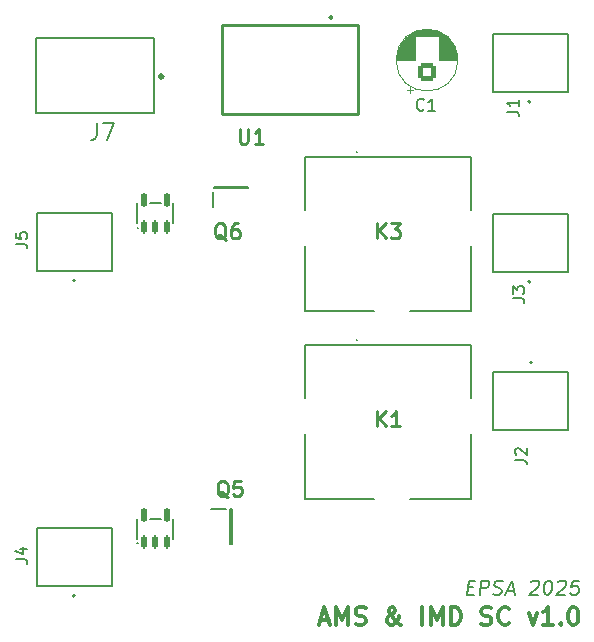
<source format=gbr>
%TF.GenerationSoftware,KiCad,Pcbnew,9.0.2*%
%TF.CreationDate,2025-09-01T16:12:15+02:00*%
%TF.ProjectId,remplacement,72656d70-6c61-4636-956d-656e742e6b69,rev?*%
%TF.SameCoordinates,Original*%
%TF.FileFunction,Legend,Top*%
%TF.FilePolarity,Positive*%
%FSLAX46Y46*%
G04 Gerber Fmt 4.6, Leading zero omitted, Abs format (unit mm)*
G04 Created by KiCad (PCBNEW 9.0.2) date 2025-09-01 16:12:15*
%MOMM*%
%LPD*%
G01*
G04 APERTURE LIST*
G04 Aperture macros list*
%AMRoundRect*
0 Rectangle with rounded corners*
0 $1 Rounding radius*
0 $2 $3 $4 $5 $6 $7 $8 $9 X,Y pos of 4 corners*
0 Add a 4 corners polygon primitive as box body*
4,1,4,$2,$3,$4,$5,$6,$7,$8,$9,$2,$3,0*
0 Add four circle primitives for the rounded corners*
1,1,$1+$1,$2,$3*
1,1,$1+$1,$4,$5*
1,1,$1+$1,$6,$7*
1,1,$1+$1,$8,$9*
0 Add four rect primitives between the rounded corners*
20,1,$1+$1,$2,$3,$4,$5,0*
20,1,$1+$1,$4,$5,$6,$7,0*
20,1,$1+$1,$6,$7,$8,$9,0*
20,1,$1+$1,$8,$9,$2,$3,0*%
G04 Aperture macros list end*
%ADD10C,0.300000*%
%ADD11C,0.150000*%
%ADD12C,0.254000*%
%ADD13C,0.200000*%
%ADD14C,0.053000*%
%ADD15C,0.127000*%
%ADD16C,0.120000*%
%ADD17RoundRect,0.122500X-0.122500X-0.457500X0.122500X-0.457500X0.122500X0.457500X-0.122500X0.457500X0*%
%ADD18RoundRect,0.122500X-0.122500X-0.467500X0.122500X-0.467500X0.122500X0.467500X-0.122500X0.467500X0*%
%ADD19R,0.600000X1.300000*%
%ADD20C,2.100000*%
%ADD21C,3.400000*%
%ADD22C,1.530000*%
%ADD23R,1.530000X1.530000*%
%ADD24C,1.440000*%
%ADD25R,1.300000X0.600000*%
%ADD26RoundRect,0.250000X0.550000X-0.550000X0.550000X0.550000X-0.550000X0.550000X-0.550000X-0.550000X0*%
%ADD27C,1.600000*%
G04 APERTURE END LIST*
D10*
X177659776Y-119772257D02*
X178374062Y-119772257D01*
X177516919Y-120200828D02*
X178016919Y-118700828D01*
X178016919Y-118700828D02*
X178516919Y-120200828D01*
X179016918Y-120200828D02*
X179016918Y-118700828D01*
X179016918Y-118700828D02*
X179516918Y-119772257D01*
X179516918Y-119772257D02*
X180016918Y-118700828D01*
X180016918Y-118700828D02*
X180016918Y-120200828D01*
X180659776Y-120129400D02*
X180874062Y-120200828D01*
X180874062Y-120200828D02*
X181231204Y-120200828D01*
X181231204Y-120200828D02*
X181374062Y-120129400D01*
X181374062Y-120129400D02*
X181445490Y-120057971D01*
X181445490Y-120057971D02*
X181516919Y-119915114D01*
X181516919Y-119915114D02*
X181516919Y-119772257D01*
X181516919Y-119772257D02*
X181445490Y-119629400D01*
X181445490Y-119629400D02*
X181374062Y-119557971D01*
X181374062Y-119557971D02*
X181231204Y-119486542D01*
X181231204Y-119486542D02*
X180945490Y-119415114D01*
X180945490Y-119415114D02*
X180802633Y-119343685D01*
X180802633Y-119343685D02*
X180731204Y-119272257D01*
X180731204Y-119272257D02*
X180659776Y-119129400D01*
X180659776Y-119129400D02*
X180659776Y-118986542D01*
X180659776Y-118986542D02*
X180731204Y-118843685D01*
X180731204Y-118843685D02*
X180802633Y-118772257D01*
X180802633Y-118772257D02*
X180945490Y-118700828D01*
X180945490Y-118700828D02*
X181302633Y-118700828D01*
X181302633Y-118700828D02*
X181516919Y-118772257D01*
X184516918Y-120200828D02*
X184445490Y-120200828D01*
X184445490Y-120200828D02*
X184302632Y-120129400D01*
X184302632Y-120129400D02*
X184088347Y-119915114D01*
X184088347Y-119915114D02*
X183731204Y-119486542D01*
X183731204Y-119486542D02*
X183588347Y-119272257D01*
X183588347Y-119272257D02*
X183516918Y-119057971D01*
X183516918Y-119057971D02*
X183516918Y-118915114D01*
X183516918Y-118915114D02*
X183588347Y-118772257D01*
X183588347Y-118772257D02*
X183731204Y-118700828D01*
X183731204Y-118700828D02*
X183802632Y-118700828D01*
X183802632Y-118700828D02*
X183945490Y-118772257D01*
X183945490Y-118772257D02*
X184016918Y-118915114D01*
X184016918Y-118915114D02*
X184016918Y-118986542D01*
X184016918Y-118986542D02*
X183945490Y-119129400D01*
X183945490Y-119129400D02*
X183874061Y-119200828D01*
X183874061Y-119200828D02*
X183445490Y-119486542D01*
X183445490Y-119486542D02*
X183374061Y-119557971D01*
X183374061Y-119557971D02*
X183302632Y-119700828D01*
X183302632Y-119700828D02*
X183302632Y-119915114D01*
X183302632Y-119915114D02*
X183374061Y-120057971D01*
X183374061Y-120057971D02*
X183445490Y-120129400D01*
X183445490Y-120129400D02*
X183588347Y-120200828D01*
X183588347Y-120200828D02*
X183802632Y-120200828D01*
X183802632Y-120200828D02*
X183945490Y-120129400D01*
X183945490Y-120129400D02*
X184016918Y-120057971D01*
X184016918Y-120057971D02*
X184231204Y-119772257D01*
X184231204Y-119772257D02*
X184302632Y-119557971D01*
X184302632Y-119557971D02*
X184302632Y-119415114D01*
X186302632Y-120200828D02*
X186302632Y-118700828D01*
X187016918Y-120200828D02*
X187016918Y-118700828D01*
X187016918Y-118700828D02*
X187516918Y-119772257D01*
X187516918Y-119772257D02*
X188016918Y-118700828D01*
X188016918Y-118700828D02*
X188016918Y-120200828D01*
X188731204Y-120200828D02*
X188731204Y-118700828D01*
X188731204Y-118700828D02*
X189088347Y-118700828D01*
X189088347Y-118700828D02*
X189302633Y-118772257D01*
X189302633Y-118772257D02*
X189445490Y-118915114D01*
X189445490Y-118915114D02*
X189516919Y-119057971D01*
X189516919Y-119057971D02*
X189588347Y-119343685D01*
X189588347Y-119343685D02*
X189588347Y-119557971D01*
X189588347Y-119557971D02*
X189516919Y-119843685D01*
X189516919Y-119843685D02*
X189445490Y-119986542D01*
X189445490Y-119986542D02*
X189302633Y-120129400D01*
X189302633Y-120129400D02*
X189088347Y-120200828D01*
X189088347Y-120200828D02*
X188731204Y-120200828D01*
X191302633Y-120129400D02*
X191516919Y-120200828D01*
X191516919Y-120200828D02*
X191874061Y-120200828D01*
X191874061Y-120200828D02*
X192016919Y-120129400D01*
X192016919Y-120129400D02*
X192088347Y-120057971D01*
X192088347Y-120057971D02*
X192159776Y-119915114D01*
X192159776Y-119915114D02*
X192159776Y-119772257D01*
X192159776Y-119772257D02*
X192088347Y-119629400D01*
X192088347Y-119629400D02*
X192016919Y-119557971D01*
X192016919Y-119557971D02*
X191874061Y-119486542D01*
X191874061Y-119486542D02*
X191588347Y-119415114D01*
X191588347Y-119415114D02*
X191445490Y-119343685D01*
X191445490Y-119343685D02*
X191374061Y-119272257D01*
X191374061Y-119272257D02*
X191302633Y-119129400D01*
X191302633Y-119129400D02*
X191302633Y-118986542D01*
X191302633Y-118986542D02*
X191374061Y-118843685D01*
X191374061Y-118843685D02*
X191445490Y-118772257D01*
X191445490Y-118772257D02*
X191588347Y-118700828D01*
X191588347Y-118700828D02*
X191945490Y-118700828D01*
X191945490Y-118700828D02*
X192159776Y-118772257D01*
X193659775Y-120057971D02*
X193588347Y-120129400D01*
X193588347Y-120129400D02*
X193374061Y-120200828D01*
X193374061Y-120200828D02*
X193231204Y-120200828D01*
X193231204Y-120200828D02*
X193016918Y-120129400D01*
X193016918Y-120129400D02*
X192874061Y-119986542D01*
X192874061Y-119986542D02*
X192802632Y-119843685D01*
X192802632Y-119843685D02*
X192731204Y-119557971D01*
X192731204Y-119557971D02*
X192731204Y-119343685D01*
X192731204Y-119343685D02*
X192802632Y-119057971D01*
X192802632Y-119057971D02*
X192874061Y-118915114D01*
X192874061Y-118915114D02*
X193016918Y-118772257D01*
X193016918Y-118772257D02*
X193231204Y-118700828D01*
X193231204Y-118700828D02*
X193374061Y-118700828D01*
X193374061Y-118700828D02*
X193588347Y-118772257D01*
X193588347Y-118772257D02*
X193659775Y-118843685D01*
X195302632Y-119200828D02*
X195659775Y-120200828D01*
X195659775Y-120200828D02*
X196016918Y-119200828D01*
X197374061Y-120200828D02*
X196516918Y-120200828D01*
X196945489Y-120200828D02*
X196945489Y-118700828D01*
X196945489Y-118700828D02*
X196802632Y-118915114D01*
X196802632Y-118915114D02*
X196659775Y-119057971D01*
X196659775Y-119057971D02*
X196516918Y-119129400D01*
X198016917Y-120057971D02*
X198088346Y-120129400D01*
X198088346Y-120129400D02*
X198016917Y-120200828D01*
X198016917Y-120200828D02*
X197945489Y-120129400D01*
X197945489Y-120129400D02*
X198016917Y-120057971D01*
X198016917Y-120057971D02*
X198016917Y-120200828D01*
X199016918Y-118700828D02*
X199159775Y-118700828D01*
X199159775Y-118700828D02*
X199302632Y-118772257D01*
X199302632Y-118772257D02*
X199374061Y-118843685D01*
X199374061Y-118843685D02*
X199445489Y-118986542D01*
X199445489Y-118986542D02*
X199516918Y-119272257D01*
X199516918Y-119272257D02*
X199516918Y-119629400D01*
X199516918Y-119629400D02*
X199445489Y-119915114D01*
X199445489Y-119915114D02*
X199374061Y-120057971D01*
X199374061Y-120057971D02*
X199302632Y-120129400D01*
X199302632Y-120129400D02*
X199159775Y-120200828D01*
X199159775Y-120200828D02*
X199016918Y-120200828D01*
X199016918Y-120200828D02*
X198874061Y-120129400D01*
X198874061Y-120129400D02*
X198802632Y-120057971D01*
X198802632Y-120057971D02*
X198731203Y-119915114D01*
X198731203Y-119915114D02*
X198659775Y-119629400D01*
X198659775Y-119629400D02*
X198659775Y-119272257D01*
X198659775Y-119272257D02*
X198731203Y-118986542D01*
X198731203Y-118986542D02*
X198802632Y-118843685D01*
X198802632Y-118843685D02*
X198874061Y-118772257D01*
X198874061Y-118772257D02*
X199016918Y-118700828D01*
D11*
X190155826Y-117016771D02*
X190555826Y-117016771D01*
X190648684Y-117645342D02*
X190077255Y-117645342D01*
X190077255Y-117645342D02*
X190227255Y-116445342D01*
X190227255Y-116445342D02*
X190798684Y-116445342D01*
X191162969Y-117645342D02*
X191312969Y-116445342D01*
X191312969Y-116445342D02*
X191770112Y-116445342D01*
X191770112Y-116445342D02*
X191877255Y-116502485D01*
X191877255Y-116502485D02*
X191927255Y-116559628D01*
X191927255Y-116559628D02*
X191970112Y-116673914D01*
X191970112Y-116673914D02*
X191948683Y-116845342D01*
X191948683Y-116845342D02*
X191877255Y-116959628D01*
X191877255Y-116959628D02*
X191812969Y-117016771D01*
X191812969Y-117016771D02*
X191691540Y-117073914D01*
X191691540Y-117073914D02*
X191234398Y-117073914D01*
X192312969Y-117588200D02*
X192477255Y-117645342D01*
X192477255Y-117645342D02*
X192762969Y-117645342D01*
X192762969Y-117645342D02*
X192884398Y-117588200D01*
X192884398Y-117588200D02*
X192948683Y-117531057D01*
X192948683Y-117531057D02*
X193020112Y-117416771D01*
X193020112Y-117416771D02*
X193034398Y-117302485D01*
X193034398Y-117302485D02*
X192991540Y-117188200D01*
X192991540Y-117188200D02*
X192941540Y-117131057D01*
X192941540Y-117131057D02*
X192834398Y-117073914D01*
X192834398Y-117073914D02*
X192612969Y-117016771D01*
X192612969Y-117016771D02*
X192505826Y-116959628D01*
X192505826Y-116959628D02*
X192455826Y-116902485D01*
X192455826Y-116902485D02*
X192412969Y-116788200D01*
X192412969Y-116788200D02*
X192427255Y-116673914D01*
X192427255Y-116673914D02*
X192498683Y-116559628D01*
X192498683Y-116559628D02*
X192562969Y-116502485D01*
X192562969Y-116502485D02*
X192684398Y-116445342D01*
X192684398Y-116445342D02*
X192970112Y-116445342D01*
X192970112Y-116445342D02*
X193134398Y-116502485D01*
X193491540Y-117302485D02*
X194062969Y-117302485D01*
X193334397Y-117645342D02*
X193884397Y-116445342D01*
X193884397Y-116445342D02*
X194134397Y-117645342D01*
X195527254Y-116559628D02*
X195591540Y-116502485D01*
X195591540Y-116502485D02*
X195712969Y-116445342D01*
X195712969Y-116445342D02*
X195998683Y-116445342D01*
X195998683Y-116445342D02*
X196105826Y-116502485D01*
X196105826Y-116502485D02*
X196155826Y-116559628D01*
X196155826Y-116559628D02*
X196198683Y-116673914D01*
X196198683Y-116673914D02*
X196184397Y-116788200D01*
X196184397Y-116788200D02*
X196105826Y-116959628D01*
X196105826Y-116959628D02*
X195334397Y-117645342D01*
X195334397Y-117645342D02*
X196077254Y-117645342D01*
X196970111Y-116445342D02*
X197084397Y-116445342D01*
X197084397Y-116445342D02*
X197191540Y-116502485D01*
X197191540Y-116502485D02*
X197241540Y-116559628D01*
X197241540Y-116559628D02*
X197284397Y-116673914D01*
X197284397Y-116673914D02*
X197312969Y-116902485D01*
X197312969Y-116902485D02*
X197277254Y-117188200D01*
X197277254Y-117188200D02*
X197191540Y-117416771D01*
X197191540Y-117416771D02*
X197120111Y-117531057D01*
X197120111Y-117531057D02*
X197055826Y-117588200D01*
X197055826Y-117588200D02*
X196934397Y-117645342D01*
X196934397Y-117645342D02*
X196820111Y-117645342D01*
X196820111Y-117645342D02*
X196712969Y-117588200D01*
X196712969Y-117588200D02*
X196662969Y-117531057D01*
X196662969Y-117531057D02*
X196620111Y-117416771D01*
X196620111Y-117416771D02*
X196591540Y-117188200D01*
X196591540Y-117188200D02*
X196627254Y-116902485D01*
X196627254Y-116902485D02*
X196712969Y-116673914D01*
X196712969Y-116673914D02*
X196784397Y-116559628D01*
X196784397Y-116559628D02*
X196848683Y-116502485D01*
X196848683Y-116502485D02*
X196970111Y-116445342D01*
X197812968Y-116559628D02*
X197877254Y-116502485D01*
X197877254Y-116502485D02*
X197998683Y-116445342D01*
X197998683Y-116445342D02*
X198284397Y-116445342D01*
X198284397Y-116445342D02*
X198391540Y-116502485D01*
X198391540Y-116502485D02*
X198441540Y-116559628D01*
X198441540Y-116559628D02*
X198484397Y-116673914D01*
X198484397Y-116673914D02*
X198470111Y-116788200D01*
X198470111Y-116788200D02*
X198391540Y-116959628D01*
X198391540Y-116959628D02*
X197620111Y-117645342D01*
X197620111Y-117645342D02*
X198362968Y-117645342D01*
X199598683Y-116445342D02*
X199027254Y-116445342D01*
X199027254Y-116445342D02*
X198898683Y-117016771D01*
X198898683Y-117016771D02*
X198962968Y-116959628D01*
X198962968Y-116959628D02*
X199084397Y-116902485D01*
X199084397Y-116902485D02*
X199370111Y-116902485D01*
X199370111Y-116902485D02*
X199477254Y-116959628D01*
X199477254Y-116959628D02*
X199527254Y-117016771D01*
X199527254Y-117016771D02*
X199570111Y-117131057D01*
X199570111Y-117131057D02*
X199534397Y-117416771D01*
X199534397Y-117416771D02*
X199462968Y-117531057D01*
X199462968Y-117531057D02*
X199398683Y-117588200D01*
X199398683Y-117588200D02*
X199277254Y-117645342D01*
X199277254Y-117645342D02*
X198991540Y-117645342D01*
X198991540Y-117645342D02*
X198884397Y-117588200D01*
X198884397Y-117588200D02*
X198834397Y-117531057D01*
D12*
X169679047Y-87595270D02*
X169558095Y-87534794D01*
X169558095Y-87534794D02*
X169437142Y-87413842D01*
X169437142Y-87413842D02*
X169255714Y-87232413D01*
X169255714Y-87232413D02*
X169134761Y-87171937D01*
X169134761Y-87171937D02*
X169013809Y-87171937D01*
X169074285Y-87474318D02*
X168953333Y-87413842D01*
X168953333Y-87413842D02*
X168832380Y-87292889D01*
X168832380Y-87292889D02*
X168771904Y-87050984D01*
X168771904Y-87050984D02*
X168771904Y-86627651D01*
X168771904Y-86627651D02*
X168832380Y-86385746D01*
X168832380Y-86385746D02*
X168953333Y-86264794D01*
X168953333Y-86264794D02*
X169074285Y-86204318D01*
X169074285Y-86204318D02*
X169316190Y-86204318D01*
X169316190Y-86204318D02*
X169437142Y-86264794D01*
X169437142Y-86264794D02*
X169558095Y-86385746D01*
X169558095Y-86385746D02*
X169618571Y-86627651D01*
X169618571Y-86627651D02*
X169618571Y-87050984D01*
X169618571Y-87050984D02*
X169558095Y-87292889D01*
X169558095Y-87292889D02*
X169437142Y-87413842D01*
X169437142Y-87413842D02*
X169316190Y-87474318D01*
X169316190Y-87474318D02*
X169074285Y-87474318D01*
X170707142Y-86204318D02*
X170465237Y-86204318D01*
X170465237Y-86204318D02*
X170344285Y-86264794D01*
X170344285Y-86264794D02*
X170283809Y-86325270D01*
X170283809Y-86325270D02*
X170162856Y-86506699D01*
X170162856Y-86506699D02*
X170102380Y-86748603D01*
X170102380Y-86748603D02*
X170102380Y-87232413D01*
X170102380Y-87232413D02*
X170162856Y-87353365D01*
X170162856Y-87353365D02*
X170223333Y-87413842D01*
X170223333Y-87413842D02*
X170344285Y-87474318D01*
X170344285Y-87474318D02*
X170586190Y-87474318D01*
X170586190Y-87474318D02*
X170707142Y-87413842D01*
X170707142Y-87413842D02*
X170767618Y-87353365D01*
X170767618Y-87353365D02*
X170828095Y-87232413D01*
X170828095Y-87232413D02*
X170828095Y-86930032D01*
X170828095Y-86930032D02*
X170767618Y-86809080D01*
X170767618Y-86809080D02*
X170707142Y-86748603D01*
X170707142Y-86748603D02*
X170586190Y-86688127D01*
X170586190Y-86688127D02*
X170344285Y-86688127D01*
X170344285Y-86688127D02*
X170223333Y-86748603D01*
X170223333Y-86748603D02*
X170162856Y-86809080D01*
X170162856Y-86809080D02*
X170102380Y-86930032D01*
X182463118Y-103390818D02*
X182463118Y-102120818D01*
X183188833Y-103390818D02*
X182644547Y-102665103D01*
X183188833Y-102120818D02*
X182463118Y-102846532D01*
X184398357Y-103390818D02*
X183672642Y-103390818D01*
X184035499Y-103390818D02*
X184035499Y-102120818D01*
X184035499Y-102120818D02*
X183914547Y-102302246D01*
X183914547Y-102302246D02*
X183793595Y-102423199D01*
X183793595Y-102423199D02*
X183672642Y-102483675D01*
X182463118Y-87482318D02*
X182463118Y-86212318D01*
X183188833Y-87482318D02*
X182644547Y-86756603D01*
X183188833Y-86212318D02*
X182463118Y-86938032D01*
X183612166Y-86212318D02*
X184398357Y-86212318D01*
X184398357Y-86212318D02*
X183975023Y-86696127D01*
X183975023Y-86696127D02*
X184156452Y-86696127D01*
X184156452Y-86696127D02*
X184277404Y-86756603D01*
X184277404Y-86756603D02*
X184337880Y-86817080D01*
X184337880Y-86817080D02*
X184398357Y-86938032D01*
X184398357Y-86938032D02*
X184398357Y-87240413D01*
X184398357Y-87240413D02*
X184337880Y-87361365D01*
X184337880Y-87361365D02*
X184277404Y-87421842D01*
X184277404Y-87421842D02*
X184156452Y-87482318D01*
X184156452Y-87482318D02*
X183793595Y-87482318D01*
X183793595Y-87482318D02*
X183672642Y-87421842D01*
X183672642Y-87421842D02*
X183612166Y-87361365D01*
D11*
X193954819Y-92533333D02*
X194669104Y-92533333D01*
X194669104Y-92533333D02*
X194811961Y-92580952D01*
X194811961Y-92580952D02*
X194907200Y-92676190D01*
X194907200Y-92676190D02*
X194954819Y-92819047D01*
X194954819Y-92819047D02*
X194954819Y-92914285D01*
X193954819Y-92152380D02*
X193954819Y-91533333D01*
X193954819Y-91533333D02*
X194335771Y-91866666D01*
X194335771Y-91866666D02*
X194335771Y-91723809D01*
X194335771Y-91723809D02*
X194383390Y-91628571D01*
X194383390Y-91628571D02*
X194431009Y-91580952D01*
X194431009Y-91580952D02*
X194526247Y-91533333D01*
X194526247Y-91533333D02*
X194764342Y-91533333D01*
X194764342Y-91533333D02*
X194859580Y-91580952D01*
X194859580Y-91580952D02*
X194907200Y-91628571D01*
X194907200Y-91628571D02*
X194954819Y-91723809D01*
X194954819Y-91723809D02*
X194954819Y-92009523D01*
X194954819Y-92009523D02*
X194907200Y-92104761D01*
X194907200Y-92104761D02*
X194859580Y-92152380D01*
X151869819Y-87948333D02*
X152584104Y-87948333D01*
X152584104Y-87948333D02*
X152726961Y-87995952D01*
X152726961Y-87995952D02*
X152822200Y-88091190D01*
X152822200Y-88091190D02*
X152869819Y-88234047D01*
X152869819Y-88234047D02*
X152869819Y-88329285D01*
X151869819Y-86995952D02*
X151869819Y-87472142D01*
X151869819Y-87472142D02*
X152346009Y-87519761D01*
X152346009Y-87519761D02*
X152298390Y-87472142D01*
X152298390Y-87472142D02*
X152250771Y-87376904D01*
X152250771Y-87376904D02*
X152250771Y-87138809D01*
X152250771Y-87138809D02*
X152298390Y-87043571D01*
X152298390Y-87043571D02*
X152346009Y-86995952D01*
X152346009Y-86995952D02*
X152441247Y-86948333D01*
X152441247Y-86948333D02*
X152679342Y-86948333D01*
X152679342Y-86948333D02*
X152774580Y-86995952D01*
X152774580Y-86995952D02*
X152822200Y-87043571D01*
X152822200Y-87043571D02*
X152869819Y-87138809D01*
X152869819Y-87138809D02*
X152869819Y-87376904D01*
X152869819Y-87376904D02*
X152822200Y-87472142D01*
X152822200Y-87472142D02*
X152774580Y-87519761D01*
D12*
X170832380Y-78204318D02*
X170832380Y-79232413D01*
X170832380Y-79232413D02*
X170892857Y-79353365D01*
X170892857Y-79353365D02*
X170953333Y-79413842D01*
X170953333Y-79413842D02*
X171074285Y-79474318D01*
X171074285Y-79474318D02*
X171316190Y-79474318D01*
X171316190Y-79474318D02*
X171437142Y-79413842D01*
X171437142Y-79413842D02*
X171497619Y-79353365D01*
X171497619Y-79353365D02*
X171558095Y-79232413D01*
X171558095Y-79232413D02*
X171558095Y-78204318D01*
X172828095Y-79474318D02*
X172102380Y-79474318D01*
X172465237Y-79474318D02*
X172465237Y-78204318D01*
X172465237Y-78204318D02*
X172344285Y-78385746D01*
X172344285Y-78385746D02*
X172223333Y-78506699D01*
X172223333Y-78506699D02*
X172102380Y-78567175D01*
D11*
X193454819Y-76733333D02*
X194169104Y-76733333D01*
X194169104Y-76733333D02*
X194311961Y-76780952D01*
X194311961Y-76780952D02*
X194407200Y-76876190D01*
X194407200Y-76876190D02*
X194454819Y-77019047D01*
X194454819Y-77019047D02*
X194454819Y-77114285D01*
X194454819Y-75733333D02*
X194454819Y-76304761D01*
X194454819Y-76019047D02*
X193454819Y-76019047D01*
X193454819Y-76019047D02*
X193597676Y-76114285D01*
X193597676Y-76114285D02*
X193692914Y-76209523D01*
X193692914Y-76209523D02*
X193740533Y-76304761D01*
D12*
X169879047Y-109395270D02*
X169758095Y-109334794D01*
X169758095Y-109334794D02*
X169637142Y-109213842D01*
X169637142Y-109213842D02*
X169455714Y-109032413D01*
X169455714Y-109032413D02*
X169334761Y-108971937D01*
X169334761Y-108971937D02*
X169213809Y-108971937D01*
X169274285Y-109274318D02*
X169153333Y-109213842D01*
X169153333Y-109213842D02*
X169032380Y-109092889D01*
X169032380Y-109092889D02*
X168971904Y-108850984D01*
X168971904Y-108850984D02*
X168971904Y-108427651D01*
X168971904Y-108427651D02*
X169032380Y-108185746D01*
X169032380Y-108185746D02*
X169153333Y-108064794D01*
X169153333Y-108064794D02*
X169274285Y-108004318D01*
X169274285Y-108004318D02*
X169516190Y-108004318D01*
X169516190Y-108004318D02*
X169637142Y-108064794D01*
X169637142Y-108064794D02*
X169758095Y-108185746D01*
X169758095Y-108185746D02*
X169818571Y-108427651D01*
X169818571Y-108427651D02*
X169818571Y-108850984D01*
X169818571Y-108850984D02*
X169758095Y-109092889D01*
X169758095Y-109092889D02*
X169637142Y-109213842D01*
X169637142Y-109213842D02*
X169516190Y-109274318D01*
X169516190Y-109274318D02*
X169274285Y-109274318D01*
X170967618Y-108004318D02*
X170362856Y-108004318D01*
X170362856Y-108004318D02*
X170302380Y-108609080D01*
X170302380Y-108609080D02*
X170362856Y-108548603D01*
X170362856Y-108548603D02*
X170483809Y-108488127D01*
X170483809Y-108488127D02*
X170786190Y-108488127D01*
X170786190Y-108488127D02*
X170907142Y-108548603D01*
X170907142Y-108548603D02*
X170967618Y-108609080D01*
X170967618Y-108609080D02*
X171028095Y-108730032D01*
X171028095Y-108730032D02*
X171028095Y-109032413D01*
X171028095Y-109032413D02*
X170967618Y-109153365D01*
X170967618Y-109153365D02*
X170907142Y-109213842D01*
X170907142Y-109213842D02*
X170786190Y-109274318D01*
X170786190Y-109274318D02*
X170483809Y-109274318D01*
X170483809Y-109274318D02*
X170362856Y-109213842D01*
X170362856Y-109213842D02*
X170302380Y-109153365D01*
D11*
X158762738Y-77716705D02*
X158762738Y-78717425D01*
X158762738Y-78717425D02*
X158696023Y-78917569D01*
X158696023Y-78917569D02*
X158562594Y-79050999D01*
X158562594Y-79050999D02*
X158362450Y-79117713D01*
X158362450Y-79117713D02*
X158229021Y-79117713D01*
X159296456Y-77716705D02*
X160230461Y-77716705D01*
X160230461Y-77716705D02*
X159630029Y-79117713D01*
X151869819Y-114648333D02*
X152584104Y-114648333D01*
X152584104Y-114648333D02*
X152726961Y-114695952D01*
X152726961Y-114695952D02*
X152822200Y-114791190D01*
X152822200Y-114791190D02*
X152869819Y-114934047D01*
X152869819Y-114934047D02*
X152869819Y-115029285D01*
X152203152Y-113743571D02*
X152869819Y-113743571D01*
X151822200Y-113981666D02*
X152536485Y-114219761D01*
X152536485Y-114219761D02*
X152536485Y-113600714D01*
X194154819Y-106233333D02*
X194869104Y-106233333D01*
X194869104Y-106233333D02*
X195011961Y-106280952D01*
X195011961Y-106280952D02*
X195107200Y-106376190D01*
X195107200Y-106376190D02*
X195154819Y-106519047D01*
X195154819Y-106519047D02*
X195154819Y-106614285D01*
X194250057Y-105804761D02*
X194202438Y-105757142D01*
X194202438Y-105757142D02*
X194154819Y-105661904D01*
X194154819Y-105661904D02*
X194154819Y-105423809D01*
X194154819Y-105423809D02*
X194202438Y-105328571D01*
X194202438Y-105328571D02*
X194250057Y-105280952D01*
X194250057Y-105280952D02*
X194345295Y-105233333D01*
X194345295Y-105233333D02*
X194440533Y-105233333D01*
X194440533Y-105233333D02*
X194583390Y-105280952D01*
X194583390Y-105280952D02*
X195154819Y-105852380D01*
X195154819Y-105852380D02*
X195154819Y-105233333D01*
X186433333Y-76559580D02*
X186385714Y-76607200D01*
X186385714Y-76607200D02*
X186242857Y-76654819D01*
X186242857Y-76654819D02*
X186147619Y-76654819D01*
X186147619Y-76654819D02*
X186004762Y-76607200D01*
X186004762Y-76607200D02*
X185909524Y-76511961D01*
X185909524Y-76511961D02*
X185861905Y-76416723D01*
X185861905Y-76416723D02*
X185814286Y-76226247D01*
X185814286Y-76226247D02*
X185814286Y-76083390D01*
X185814286Y-76083390D02*
X185861905Y-75892914D01*
X185861905Y-75892914D02*
X185909524Y-75797676D01*
X185909524Y-75797676D02*
X186004762Y-75702438D01*
X186004762Y-75702438D02*
X186147619Y-75654819D01*
X186147619Y-75654819D02*
X186242857Y-75654819D01*
X186242857Y-75654819D02*
X186385714Y-75702438D01*
X186385714Y-75702438D02*
X186433333Y-75750057D01*
X187385714Y-76654819D02*
X186814286Y-76654819D01*
X187100000Y-76654819D02*
X187100000Y-75654819D01*
X187100000Y-75654819D02*
X187004762Y-75797676D01*
X187004762Y-75797676D02*
X186909524Y-75892914D01*
X186909524Y-75892914D02*
X186814286Y-75940533D01*
%TO.C,U2*%
X162170000Y-112900000D02*
X162170000Y-111200000D01*
X164180000Y-111200000D02*
X163220000Y-111200000D01*
X165230000Y-112900000D02*
X165230000Y-111200000D01*
X162230000Y-113300000D02*
G75*
G02*
X162170000Y-113300000I-30000J0D01*
G01*
X162170000Y-113300000D02*
G75*
G02*
X162230000Y-113300000I30000J0D01*
G01*
%TO.C,U3*%
X162230000Y-86600000D02*
G75*
G02*
X162170000Y-86600000I-30000J0D01*
G01*
X162170000Y-86600000D02*
G75*
G02*
X162230000Y-86600000I30000J0D01*
G01*
X165230000Y-86200000D02*
X165230000Y-84500000D01*
X164180000Y-84500000D02*
X163220000Y-84500000D01*
X162170000Y-86200000D02*
X162170000Y-84500000D01*
D13*
%TO.C,Q6*%
X171560000Y-83100000D02*
X171560000Y-83200000D01*
X168640000Y-83100000D02*
X171560000Y-83100000D01*
X171560000Y-83200000D02*
X168640000Y-83200000D01*
X168640000Y-83200000D02*
X168640000Y-83100000D01*
X168600000Y-84850000D02*
X168600000Y-83550000D01*
%TO.C,K1*%
X176400500Y-96508500D02*
X190400500Y-96508500D01*
X176400500Y-101008500D02*
X176400500Y-96508500D01*
X176400500Y-104008500D02*
X176400500Y-109508500D01*
X176400500Y-109508500D02*
X182250500Y-109508500D01*
D14*
X180711500Y-96052500D02*
X180711500Y-96052500D01*
X180764500Y-96052500D02*
X180764500Y-96052500D01*
D13*
X185250500Y-109508500D02*
X190250500Y-109508500D01*
X190250500Y-109508500D02*
X190400500Y-109508500D01*
X190400500Y-96508500D02*
X190400500Y-101008500D01*
X190400500Y-109508500D02*
X190400500Y-104008500D01*
D14*
X180711500Y-96053500D02*
G75*
G02*
X180764500Y-96052500I26500J500D01*
G01*
X180764500Y-96053500D02*
G75*
G02*
X180711500Y-96052500I-26500J500D01*
G01*
D13*
%TO.C,K3*%
X176400500Y-80600000D02*
X190400500Y-80600000D01*
X176400500Y-85100000D02*
X176400500Y-80600000D01*
X176400500Y-88100000D02*
X176400500Y-93600000D01*
X176400500Y-93600000D02*
X182250500Y-93600000D01*
D14*
X180711500Y-80144000D02*
X180711500Y-80144000D01*
X180764500Y-80144000D02*
X180764500Y-80144000D01*
D13*
X185250500Y-93600000D02*
X190250500Y-93600000D01*
X190250500Y-93600000D02*
X190400500Y-93600000D01*
X190400500Y-80600000D02*
X190400500Y-85100000D01*
X190400500Y-93600000D02*
X190400500Y-88100000D01*
D14*
X180711500Y-80145000D02*
G75*
G02*
X180764500Y-80144000I26500J500D01*
G01*
X180764500Y-80145000D02*
G75*
G02*
X180711500Y-80144000I-26500J500D01*
G01*
D13*
%TO.C,J3*%
X195450000Y-91140000D02*
G75*
G02*
X195250000Y-91140000I-100000J0D01*
G01*
X195250000Y-91140000D02*
G75*
G02*
X195450000Y-91140000I100000J0D01*
G01*
D15*
X198600000Y-85405000D02*
X198600000Y-90335000D01*
X192250000Y-85405000D02*
X198600000Y-85405000D01*
X198600000Y-90335000D02*
X192250000Y-90335000D01*
X192250000Y-90335000D02*
X192250000Y-85405000D01*
D13*
%TO.C,J5*%
X156900000Y-91040000D02*
G75*
G02*
X156700000Y-91040000I-100000J0D01*
G01*
X156700000Y-91040000D02*
G75*
G02*
X156900000Y-91040000I100000J0D01*
G01*
D15*
X160050000Y-85305000D02*
X160050000Y-90235000D01*
X153700000Y-85305000D02*
X160050000Y-85305000D01*
X160050000Y-90235000D02*
X153700000Y-90235000D01*
X153700000Y-90235000D02*
X153700000Y-85305000D01*
D12*
%TO.C,U1*%
X178647051Y-68768458D02*
G75*
G02*
X178469051Y-68768458I-89000J0D01*
G01*
X178469051Y-68768458D02*
G75*
G02*
X178647051Y-68768458I89000J0D01*
G01*
X169364051Y-69381458D02*
X169364051Y-76931458D01*
X169364051Y-76931458D02*
X180864051Y-76931458D01*
X180864051Y-69381458D02*
X169364051Y-69381458D01*
X180864051Y-76931458D02*
X180864051Y-69381458D01*
D13*
%TO.C,J1*%
X195450000Y-75921458D02*
G75*
G02*
X195250000Y-75921458I-100000J0D01*
G01*
X195250000Y-75921458D02*
G75*
G02*
X195450000Y-75921458I100000J0D01*
G01*
D15*
X198600000Y-70186458D02*
X198600000Y-75116458D01*
X192250000Y-70186458D02*
X198600000Y-70186458D01*
X198600000Y-75116458D02*
X192250000Y-75116458D01*
X192250000Y-75116458D02*
X192250000Y-70186458D01*
D13*
%TO.C,Q5*%
X168400000Y-110350000D02*
X169700000Y-110350000D01*
X170050000Y-110390000D02*
X170150000Y-110390000D01*
X170050000Y-113310000D02*
X170050000Y-110390000D01*
X170150000Y-110390000D02*
X170150000Y-113310000D01*
X170150000Y-113310000D02*
X170050000Y-113310000D01*
D15*
%TO.C,J7*%
X163599291Y-76875000D02*
X153589291Y-76875000D01*
X163599291Y-70525000D02*
X163599291Y-76875000D01*
X153589291Y-76875000D02*
X153589291Y-70525000D01*
X153589291Y-70525000D02*
X163599291Y-70525000D01*
D10*
X164335710Y-73775000D02*
G75*
G02*
X164052872Y-73775000I-141419J0D01*
G01*
X164052872Y-73775000D02*
G75*
G02*
X164335710Y-73775000I141419J0D01*
G01*
D15*
%TO.C,J4*%
X153700000Y-116935000D02*
X153700000Y-112005000D01*
X160050000Y-116935000D02*
X153700000Y-116935000D01*
X153700000Y-112005000D02*
X160050000Y-112005000D01*
X160050000Y-112005000D02*
X160050000Y-116935000D01*
D13*
X156900000Y-117740000D02*
G75*
G02*
X156700000Y-117740000I-100000J0D01*
G01*
X156700000Y-117740000D02*
G75*
G02*
X156900000Y-117740000I100000J0D01*
G01*
D15*
%TO.C,J2*%
X198600000Y-98773500D02*
X198600000Y-103703500D01*
X192250000Y-98773500D02*
X198600000Y-98773500D01*
X198600000Y-103703500D02*
X192250000Y-103703500D01*
X192250000Y-103703500D02*
X192250000Y-98773500D01*
D13*
X195600000Y-97968500D02*
G75*
G02*
X195400000Y-97968500I-100000J0D01*
G01*
X195400000Y-97968500D02*
G75*
G02*
X195600000Y-97968500I100000J0D01*
G01*
D16*
%TO.C,C1*%
X185225000Y-75186233D02*
X185225000Y-74686233D01*
X184975000Y-74936233D02*
X185475000Y-74936233D01*
X184120000Y-72381458D02*
X185660000Y-72381458D01*
X187740000Y-72381458D02*
X189280000Y-72381458D01*
X184120000Y-72341458D02*
X185660000Y-72341458D01*
X187740000Y-72341458D02*
X189280000Y-72341458D01*
X184121000Y-72301458D02*
X185660000Y-72301458D01*
X187740000Y-72301458D02*
X189279000Y-72301458D01*
X184123000Y-72261458D02*
X185660000Y-72261458D01*
X187740000Y-72261458D02*
X189277000Y-72261458D01*
X184125000Y-72221458D02*
X185660000Y-72221458D01*
X187740000Y-72221458D02*
X189275000Y-72221458D01*
X184128000Y-72181458D02*
X185660000Y-72181458D01*
X187740000Y-72181458D02*
X189272000Y-72181458D01*
X184131000Y-72141458D02*
X185660000Y-72141458D01*
X187740000Y-72141458D02*
X189269000Y-72141458D01*
X184135000Y-72101458D02*
X185660000Y-72101458D01*
X187740000Y-72101458D02*
X189265000Y-72101458D01*
X184140000Y-72061458D02*
X185660000Y-72061458D01*
X187740000Y-72061458D02*
X189260000Y-72061458D01*
X184145000Y-72021458D02*
X185660000Y-72021458D01*
X187740000Y-72021458D02*
X189255000Y-72021458D01*
X184151000Y-71981458D02*
X185660000Y-71981458D01*
X187740000Y-71981458D02*
X189249000Y-71981458D01*
X184157000Y-71941458D02*
X185660000Y-71941458D01*
X187740000Y-71941458D02*
X189243000Y-71941458D01*
X184164000Y-71901458D02*
X185660000Y-71901458D01*
X187740000Y-71901458D02*
X189236000Y-71901458D01*
X184172000Y-71861458D02*
X185660000Y-71861458D01*
X187740000Y-71861458D02*
X189228000Y-71861458D01*
X184181000Y-71821458D02*
X185660000Y-71821458D01*
X187740000Y-71821458D02*
X189219000Y-71821458D01*
X184190000Y-71781458D02*
X185660000Y-71781458D01*
X187740000Y-71781458D02*
X189210000Y-71781458D01*
X184199000Y-71741458D02*
X185660000Y-71741458D01*
X187740000Y-71741458D02*
X189201000Y-71741458D01*
X184210000Y-71701458D02*
X185660000Y-71701458D01*
X187740000Y-71701458D02*
X189190000Y-71701458D01*
X184221000Y-71661458D02*
X185660000Y-71661458D01*
X187740000Y-71661458D02*
X189179000Y-71661458D01*
X184233000Y-71621458D02*
X185660000Y-71621458D01*
X187740000Y-71621458D02*
X189167000Y-71621458D01*
X184245000Y-71581458D02*
X185660000Y-71581458D01*
X187740000Y-71581458D02*
X189155000Y-71581458D01*
X184258000Y-71541458D02*
X185660000Y-71541458D01*
X187740000Y-71541458D02*
X189142000Y-71541458D01*
X184272000Y-71501458D02*
X185660000Y-71501458D01*
X187740000Y-71501458D02*
X189128000Y-71501458D01*
X184287000Y-71461458D02*
X185660000Y-71461458D01*
X187740000Y-71461458D02*
X189113000Y-71461458D01*
X184302000Y-71421458D02*
X185660000Y-71421458D01*
X187740000Y-71421458D02*
X189098000Y-71421458D01*
X184318000Y-71381458D02*
X185660000Y-71381458D01*
X187740000Y-71381458D02*
X189082000Y-71381458D01*
X184335000Y-71341458D02*
X185660000Y-71341458D01*
X187740000Y-71341458D02*
X189065000Y-71341458D01*
X184353000Y-71301458D02*
X185660000Y-71301458D01*
X187740000Y-71301458D02*
X189047000Y-71301458D01*
X184371000Y-71261458D02*
X185660000Y-71261458D01*
X187740000Y-71261458D02*
X189029000Y-71261458D01*
X184391000Y-71221458D02*
X185660000Y-71221458D01*
X187740000Y-71221458D02*
X189009000Y-71221458D01*
X184411000Y-71181458D02*
X185660000Y-71181458D01*
X187740000Y-71181458D02*
X188989000Y-71181458D01*
X184432000Y-71141458D02*
X185660000Y-71141458D01*
X187740000Y-71141458D02*
X188968000Y-71141458D01*
X184454000Y-71101458D02*
X185660000Y-71101458D01*
X187740000Y-71101458D02*
X188946000Y-71101458D01*
X184477000Y-71061458D02*
X185660000Y-71061458D01*
X187740000Y-71061458D02*
X188923000Y-71061458D01*
X184501000Y-71021458D02*
X185660000Y-71021458D01*
X187740000Y-71021458D02*
X188899000Y-71021458D01*
X184525000Y-70981458D02*
X185660000Y-70981458D01*
X187740000Y-70981458D02*
X188875000Y-70981458D01*
X184551000Y-70941458D02*
X185660000Y-70941458D01*
X187740000Y-70941458D02*
X188849000Y-70941458D01*
X184578000Y-70901458D02*
X185660000Y-70901458D01*
X187740000Y-70901458D02*
X188822000Y-70901458D01*
X184606000Y-70861458D02*
X185660000Y-70861458D01*
X187740000Y-70861458D02*
X188794000Y-70861458D01*
X184635000Y-70821458D02*
X185660000Y-70821458D01*
X187740000Y-70821458D02*
X188765000Y-70821458D01*
X184665000Y-70781458D02*
X185660000Y-70781458D01*
X187740000Y-70781458D02*
X188735000Y-70781458D01*
X184697000Y-70741458D02*
X185660000Y-70741458D01*
X187740000Y-70741458D02*
X188703000Y-70741458D01*
X184730000Y-70701458D02*
X185660000Y-70701458D01*
X187740000Y-70701458D02*
X188670000Y-70701458D01*
X184764000Y-70661458D02*
X185660000Y-70661458D01*
X187740000Y-70661458D02*
X188636000Y-70661458D01*
X184799000Y-70621458D02*
X185660000Y-70621458D01*
X187740000Y-70621458D02*
X188601000Y-70621458D01*
X184836000Y-70581458D02*
X185660000Y-70581458D01*
X187740000Y-70581458D02*
X188564000Y-70581458D01*
X184875000Y-70541458D02*
X185660000Y-70541458D01*
X187740000Y-70541458D02*
X188525000Y-70541458D01*
X184915000Y-70501458D02*
X185660000Y-70501458D01*
X187740000Y-70501458D02*
X188485000Y-70501458D01*
X184957000Y-70461458D02*
X185660000Y-70461458D01*
X187740000Y-70461458D02*
X188443000Y-70461458D01*
X185001000Y-70421458D02*
X185660000Y-70421458D01*
X187740000Y-70421458D02*
X188399000Y-70421458D01*
X185048000Y-70381458D02*
X185660000Y-70381458D01*
X187740000Y-70381458D02*
X188352000Y-70381458D01*
X185096000Y-70341458D02*
X188304000Y-70341458D01*
X185147000Y-70301458D02*
X188253000Y-70301458D01*
X185201000Y-70261458D02*
X188199000Y-70261458D01*
X185257000Y-70221458D02*
X188143000Y-70221458D01*
X185317000Y-70181458D02*
X188083000Y-70181458D01*
X185381000Y-70141458D02*
X188019000Y-70141458D01*
X185449000Y-70101458D02*
X187951000Y-70101458D01*
X185523000Y-70061458D02*
X187877000Y-70061458D01*
X185602000Y-70021458D02*
X187798000Y-70021458D01*
X185689000Y-69981458D02*
X187711000Y-69981458D01*
X185786000Y-69941458D02*
X187614000Y-69941458D01*
X185895000Y-69901458D02*
X187505000Y-69901458D01*
X186023000Y-69861458D02*
X187377000Y-69861458D01*
X186183000Y-69821458D02*
X187217000Y-69821458D01*
X186417000Y-69781458D02*
X186983000Y-69781458D01*
X189320000Y-72381458D02*
G75*
G02*
X184080000Y-72381458I-2620000J0D01*
G01*
X184080000Y-72381458D02*
G75*
G02*
X189320000Y-72381458I2620000J0D01*
G01*
%TD*%
%LPC*%
D17*
%TO.C,U2*%
X162750000Y-113200000D03*
X163700000Y-113200000D03*
X164650000Y-113200000D03*
D18*
X164650000Y-110900000D03*
X162750000Y-110900000D03*
%TD*%
%TO.C,U3*%
X162750000Y-84200000D03*
X164650000Y-84200000D03*
D17*
X164650000Y-86500000D03*
X163700000Y-86500000D03*
X162750000Y-86500000D03*
%TD*%
D19*
%TO.C,Q6*%
X170100000Y-82100000D03*
X171050000Y-84200000D03*
X169150000Y-84200000D03*
%TD*%
D20*
%TO.C,K1*%
X180750500Y-98008500D03*
D21*
X178050500Y-102508500D03*
X188750500Y-102508500D03*
D20*
X186750500Y-98008500D03*
%TD*%
%TO.C,K3*%
X180750500Y-82100000D03*
D21*
X178050500Y-86600000D03*
X188750500Y-86600000D03*
D20*
X186750500Y-82100000D03*
%TD*%
D22*
%TO.C,J3*%
X195350000Y-86600000D03*
D23*
X195350000Y-89140000D03*
%TD*%
D22*
%TO.C,J5*%
X156800000Y-86500000D03*
D23*
X156800000Y-89040000D03*
%TD*%
D24*
%TO.C,U1*%
X172574051Y-71381458D03*
X175114051Y-71381458D03*
X177654051Y-71381458D03*
%TD*%
D22*
%TO.C,J1*%
X195350000Y-71381458D03*
D23*
X195350000Y-73921458D03*
%TD*%
D25*
%TO.C,Q5*%
X169050000Y-110900000D03*
X169050000Y-112800000D03*
X171150000Y-111850000D03*
%TD*%
D23*
%TO.C,J7*%
X162404291Y-73775000D03*
D22*
X159864291Y-73775000D03*
X157324291Y-73775000D03*
X154784291Y-73775000D03*
%TD*%
D23*
%TO.C,J4*%
X156800000Y-115740000D03*
D22*
X156800000Y-113200000D03*
%TD*%
D23*
%TO.C,J2*%
X195500000Y-99968500D03*
D22*
X195500000Y-102508500D03*
%TD*%
D26*
%TO.C,C1*%
X186700000Y-73381458D03*
D27*
X186700000Y-71381458D03*
%TD*%
%LPD*%
M02*

</source>
